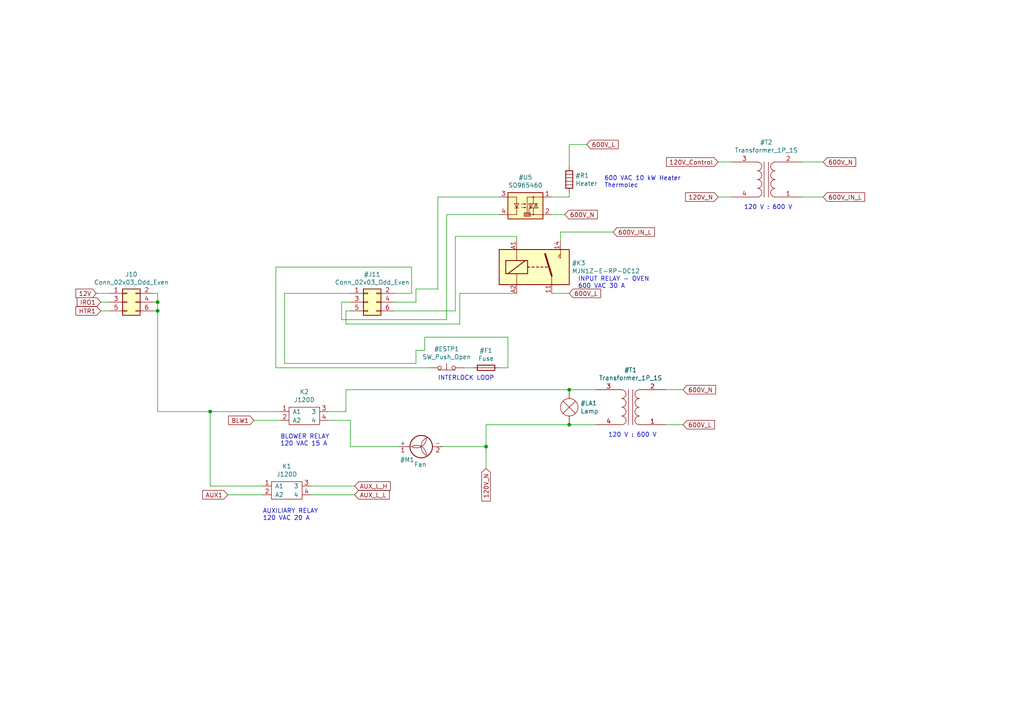
<source format=kicad_sch>
(kicad_sch (version 20211123) (generator eeschema)
  (paper "A4")
  (lib_symbols
    (symbol "Connector_Generic:Conn_02x03_Odd_Even" (pin_names (offset 1.016) hide)
      (property "Reference" "J" (at 1.27 5.08 0))
      (property "Value" "Conn_02x03_Odd_Even" (at 1.27 -5.08 0))
      (symbol "Conn_02x03_Odd_Even_1_1"
        (rectangle (start -1.27 -2.413) (end 0 -2.667) (stroke (width 0.1524)))
        (rectangle (start -1.27 0.127) (end 0 -0.127) (stroke (width 0.1524)))
        (rectangle (start -1.27 2.667) (end 0 2.413) (stroke (width 0.1524)))
        (rectangle (start -1.27 3.81) (end 3.81 -3.81) (stroke (width 0.254)) (fill (type background)))
        (rectangle (start 3.81 -2.413) (end 2.54 -2.667) (stroke (width 0.1524)))
        (rectangle (start 3.81 0.127) (end 2.54 -0.127) (stroke (width 0.1524)))
        (rectangle (start 3.81 2.667) (end 2.54 2.413) (stroke (width 0.1524)))
        (pin passive line (at -5.08 2.54 0) (length 3.81) (name "Pin_1") (number "1"))
        (pin passive line (at 7.62 2.54 180) (length 3.81) (name "Pin_2") (number "2"))
        (pin passive line (at -5.08 0 0) (length 3.81) (name "Pin_3") (number "3"))
        (pin passive line (at 7.62 0 180) (length 3.81) (name "Pin_4") (number "4"))
        (pin passive line (at -5.08 -2.54 0) (length 3.81) (name "Pin_5") (number "5"))
        (pin passive line (at 7.62 -2.54 180) (length 3.81) (name "Pin_6") (number "6"))
      )
    )
    (symbol "Device:Fuse" (pin_numbers hide) (pin_names (offset 0))
      (property "Reference" "F" (at 2.032 0 90))
      (property "Value" "Fuse" (at -1.905 0 90))
      (symbol "Fuse_0_1"
        (rectangle (start -0.762 -2.54) (end 0.762 2.54) (stroke (width 0.254)))
        (polyline (pts (xy 0 2.54) (xy 0 -2.54)))
      )
      (symbol "Fuse_1_1"
        (pin passive line (at 0 3.81 270) (length 1.27) (name "~") (number "1"))
        (pin passive line (at 0 -3.81 90) (length 1.27) (name "~") (number "2"))
      )
    )
    (symbol "Device:Heater" (pin_numbers hide) (pin_names (offset 0))
      (property "Reference" "R" (at 2.032 0 90))
      (property "Value" "Heater" (at -2.032 0 90))
      (symbol "Heater_0_1"
        (rectangle (start -1.016 -2.54) (end 1.016 2.54) (stroke (width 0.254)))
        (polyline (pts (xy -1.016 1.524) (xy 1.016 1.524)))
        (polyline (pts (xy 1.016 -1.524) (xy -1.016 -1.524)))
        (polyline (pts (xy 1.016 -0.508) (xy -1.016 -0.508)))
        (polyline (pts (xy 1.016 0.508) (xy -1.016 0.508)))
      )
      (symbol "Heater_1_1"
        (pin passive line (at 0 3.81 270) (length 1.27) (name "~") (number "1"))
        (pin passive line (at 0 -3.81 90) (length 1.27) (name "~") (number "2"))
      )
    )
    (symbol "Device:Lamp" (pin_numbers hide) (pin_names (offset 0.0254) hide)
      (property "Reference" "LA" (at 0.635 3.81 0))
      (property "Value" "Lamp" (at 0.635 -3.81 0))
      (symbol "Lamp_0_1"
        (polyline (pts (xy -1.778 1.778) (xy 1.778 -1.778)))
        (polyline (pts (xy 1.778 1.778) (xy -1.778 -1.778)))
        (circle (center 0 0) (radius 2.54))
      )
      (symbol "Lamp_1_1"
        (pin passive line (at 0 -5.08 90) (length 2.54) (name "-") (number "1"))
        (pin passive line (at 0 5.08 270) (length 2.54) (name "+") (number "2"))
      )
    )
    (symbol "Device:Transformer_1P_1S" (pin_names (offset 1.016) hide)
      (property "Reference" "T" (at 0 6.35 0))
      (property "Value" "Transformer_1P_1S" (at 0 -7.62 0))
      (symbol "Transformer_1P_1S_0_1"
        (arc (start -2.54 -5.0546) (mid -1.6561 -4.6863) (end -1.27 -3.81))
        (arc (start -2.54 -2.5146) (mid -1.6561 -2.1463) (end -1.27 -1.27))
        (arc (start -2.54 0.0254) (mid -1.6561 0.3937) (end -1.27 1.27))
        (arc (start -2.54 2.5654) (mid -1.6561 2.9337) (end -1.27 3.81))
        (arc (start -1.27 -3.81) (mid -1.642 -2.912) (end -2.54 -2.54))
        (arc (start -1.27 -1.27) (mid -1.642 -0.372) (end -2.54 0))
        (arc (start -1.27 1.27) (mid -1.642 2.168) (end -2.54 2.54))
        (arc (start -1.27 3.81) (mid -1.642 4.708) (end -2.54 5.08))
        (polyline (pts (xy -0.635 5.08) (xy -0.635 -5.08)))
        (polyline (pts (xy 0.635 -5.08) (xy 0.635 5.08)))
        (arc (start 1.2954 -1.27) (mid 1.6599 -2.1501) (end 2.54 -2.5146))
        (arc (start 1.2954 1.27) (mid 1.6599 0.3899) (end 2.54 0.0254))
        (arc (start 1.2954 3.81) (mid 1.6599 2.9299) (end 2.54 2.5654))
        (arc (start 1.3208 -3.81) (mid 1.6853 -4.6901) (end 2.5654 -5.0546))
        (arc (start 2.54 0) (mid 1.6456 -0.3683) (end 1.2954 -1.27))
        (arc (start 2.54 2.54) (mid 1.6456 2.1717) (end 1.2954 1.27))
        (arc (start 2.54 5.08) (mid 1.6456 4.7117) (end 1.2954 3.81))
        (arc (start 2.5654 -2.54) (mid 1.671 -2.9083) (end 1.3208 -3.81))
      )
      (symbol "Transformer_1P_1S_1_1"
        (pin passive line (at -10.16 5.08 0) (length 7.62) (name "AA") (number "1"))
        (pin passive line (at -10.16 -5.08 0) (length 7.62) (name "AB") (number "2"))
        (pin passive line (at 10.16 -5.08 180) (length 7.62) (name "SA") (number "3"))
        (pin passive line (at 10.16 5.08 180) (length 7.62) (name "SB") (number "4"))
      )
    )
    (symbol "Motor:Fan" (pin_names (offset 0))
      (property "Reference" "M" (at 2.54 5.08 0))
      (property "Value" "Fan" (at 2.54 -2.54 0))
      (symbol "Fan_0_1"
        (arc (start -2.54 -0.508) (mid -0.0014 0.9048) (end 0 3.81))
        (polyline (pts (xy 0 -5.08) (xy 0 -4.572)))
        (polyline (pts (xy 0 -2.2352) (xy 0 -2.6416)))
        (polyline (pts (xy 0 4.2672) (xy 0 4.6228)))
        (polyline (pts (xy 0 4.572) (xy 0 5.08)))
        (circle (center 0 1.016) (radius 3.2512) (stroke (width 0.254)))
        (arc (start 0 3.81) (mid 0.0468 0.9314) (end 2.54 -0.508))
        (arc (start 2.54 -0.508) (mid 0 1.0618) (end -2.54 -0.508))
      )
      (symbol "Fan_1_1"
        (pin passive line (at 0 7.62 270) (length 2.54) (name "+") (number "1"))
        (pin passive line (at 0 -5.08 90) (length 2.54) (name "-") (number "2"))
      )
    )
    (symbol "OCE_L:J120D" (pin_names (offset 1.016))
      (property "Reference" "K" (at -2.54 3.81 0))
      (property "Value" "OCE_L_J120D" (at -1.27 6.35 0))
      (symbol "J120D_0_1"
        (rectangle (start -5.08 2.54) (end 3.81 -2.54))
      )
      (symbol "J120D_1_1"
        (pin input line (at -7.62 1.27 0) (length 2.54) (name "A1") (number "1"))
        (pin input line (at -7.62 -1.27 0) (length 2.54) (name "A2") (number "2"))
        (pin input line (at 6.35 1.27 180) (length 2.54) (name "3") (number "3"))
        (pin input line (at 6.35 -1.27 180) (length 2.54) (name "4") (number "4"))
      )
    )
    (symbol "Relay:FINDER-32.21-x300"
      (property "Reference" "K" (at 11.43 3.81 0))
      (property "Value" "FINDER-32.21-x300" (at 11.43 1.27 0))
      (symbol "FINDER-32.21-x300_0_1"
        (rectangle (start -10.16 5.08) (end 10.16 -5.08) (stroke (width 0.254)) (fill (type background)))
        (rectangle (start -8.255 1.905) (end -1.905 -1.905) (stroke (width 0.254)))
        (polyline (pts (xy -7.62 -1.905) (xy -2.54 1.905)) (stroke (width 0.254)))
        (polyline (pts (xy -5.08 -5.08) (xy -5.08 -1.905)))
        (polyline (pts (xy -5.08 5.08) (xy -5.08 1.905)))
        (polyline (pts (xy -1.905 0) (xy -1.27 0)) (stroke (width 0.254)))
        (polyline (pts (xy -0.635 0) (xy 0 0)) (stroke (width 0.254)))
        (polyline (pts (xy 0.635 0) (xy 1.27 0)) (stroke (width 0.254)))
        (polyline (pts (xy 1.905 0) (xy 2.54 0)) (stroke (width 0.254)))
        (polyline (pts (xy 3.175 0) (xy 3.81 0)) (stroke (width 0.254)))
        (polyline (pts (xy 5.08 -2.54) (xy 3.175 3.81)) (stroke (width 0.508)))
        (polyline (pts (xy 5.08 -2.54) (xy 5.08 -5.08)))
        (polyline (pts (xy 7.62 5.08) (xy 7.62 2.54) (xy 6.985 3.175) (xy 7.62 3.81)))
      )
      (symbol "FINDER-32.21-x300_1_1"
        (pin passive line (at 5.08 -7.62 90) (length 2.54) (name "~") (number "11"))
        (pin passive line (at 7.62 7.62 270) (length 2.54) (name "~") (number "14"))
        (pin passive line (at -5.08 7.62 270) (length 2.54) (name "~") (number "A1"))
        (pin passive line (at -5.08 -7.62 90) (length 2.54) (name "~") (number "A2"))
      )
    )
    (symbol "Relay_SolidState:S216S02"
      (property "Reference" "U" (at -5.08 5.08 0))
      (property "Value" "S216S02" (at 0 5.08 0))
      (symbol "S216S02_0_0"
        (rectangle (start -0.381 -2.032) (end 1.397 -3.048))
        (polyline (pts (xy 2.286 -2.54) (xy 1.397 -2.54)))
        (polyline (pts (xy 1.524 -0.635) (xy 1.016 -1.016) (xy 1.016 -2.032)))
        (text "ZCD" (at 0.508 -2.54 0) (effects (font (size 0.508 0.508))))
      )
      (symbol "S216S02_0_1"
        (rectangle (start -5.08 3.81) (end 5.08 -3.81) (stroke (width 0.254)) (fill (type background)))
        (polyline (pts (xy -3.175 -0.635) (xy -1.905 -0.635)))
        (polyline (pts (xy 1.524 -0.635) (xy 1.524 0.635)))
        (polyline (pts (xy 3.048 0.635) (xy 3.048 -0.635)))
        (polyline (pts (xy 2.286 -0.635) (xy 2.286 -2.54) (xy 5.08 -2.54)))
        (polyline (pts (xy 2.286 0.635) (xy 2.286 2.54) (xy 5.08 2.54)))
        (polyline (pts (xy 2.286 2.54) (xy 0.508 2.54) (xy 0.508 -2.032)))
        (polyline (pts (xy -5.08 2.54) (xy -2.54 2.54) (xy -2.54 -2.54) (xy -5.08 -2.54)))
        (polyline (pts (xy -2.54 -0.635) (xy -3.175 0.635) (xy -1.905 0.635) (xy -2.54 -0.635)))
        (polyline (pts (xy 0.889 -0.635) (xy 3.683 -0.635) (xy 3.048 0.635) (xy 2.413 -0.635)))
        (polyline (pts (xy 3.683 0.635) (xy 0.889 0.635) (xy 1.524 -0.635) (xy 2.159 0.635)))
        (polyline (pts (xy -1.143 -0.508) (xy 0.127 -0.508) (xy -0.254 -0.635) (xy -0.254 -0.381) (xy 0.127 -0.508)))
        (polyline (pts (xy -1.143 0.508) (xy 0.127 0.508) (xy -0.254 0.381) (xy -0.254 0.635) (xy 0.127 0.508)))
        (circle (center 2.286 -2.54) (radius 0.127))
        (circle (center 2.286 2.54) (radius 0.127))
      )
      (symbol "S216S02_1_1"
        (pin passive line (at 7.62 2.54 180) (length 2.54) (name "~") (number "1"))
        (pin passive line (at 7.62 -2.54 180) (length 2.54) (name "~") (number "2"))
        (pin passive line (at -7.62 2.54 0) (length 2.54) (name "~") (number "3"))
        (pin passive line (at -7.62 -2.54 0) (length 2.54) (name "~") (number "4"))
      )
    )
    (symbol "Switch:SW_Push_Open" (pin_numbers hide) (pin_names (offset 1.016) hide)
      (property "Reference" "SW" (at 0 2.54 0))
      (property "Value" "SW_Push_Open" (at 0 -1.905 0))
      (symbol "SW_Push_Open_0_1"
        (circle (center -2.032 0) (radius 0.508))
        (polyline (pts (xy -2.54 -0.635) (xy 2.54 -0.635)))
        (polyline (pts (xy 0 -0.635) (xy 0 1.27)))
        (circle (center 2.032 0) (radius 0.508))
        (pin passive line (at -5.08 0 0) (length 2.54) (name "A") (number "1"))
      )
      (symbol "SW_Push_Open_1_1"
        (pin passive line (at 5.08 0 180) (length 2.54) (name "B") (number "2"))
      )
    )
  )
  (junction (at 60.96 119.38))
  (junction (at 140.97 129.54))
  (junction (at 45.72 87.63))
  (junction (at 165.1 113.03))
  (junction (at 45.72 90.17))
  (junction (at 165.1 123.19))
  (wire (pts (xy 45.72 87.63) (xy 44.45 87.63)))
  (wire (pts (xy 160.02 62.23) (xy 163.83 62.23)))
  (wire (pts (xy 82.55 85.09) (xy 101.6 85.09)))
  (wire (pts (xy 133.35 85.09) (xy 133.35 93.98)))
  (wire (pts (xy 29.21 87.63) (xy 31.75 87.63)))
  (wire (pts (xy 44.45 90.17) (xy 45.72 90.17)))
  (wire (pts (xy 73.66 121.92) (xy 81.28 121.92)))
  (wire (pts (xy 82.55 85.09) (xy 82.55 105.41)))
  (wire (pts (xy 140.97 123.19) (xy 165.1 123.19)))
  (wire (pts (xy 101.6 129.54) (xy 115.57 129.54)))
  (wire (pts (xy 120.65 101.6) (xy 120.65 105.41)))
  (wire (pts (xy 128.27 129.54) (xy 140.97 129.54)))
  (wire (pts (xy 149.86 85.09) (xy 133.35 85.09)))
  (wire (pts (xy 134.62 106.68) (xy 137.16 106.68)))
  (wire (pts (xy 123.19 97.79) (xy 123.19 101.6)))
  (wire (pts (xy 165.1 41.91) (xy 165.1 48.26)))
  (wire (pts (xy 99.06 92.71) (xy 99.06 87.63)))
  (wire (pts (xy 133.35 93.98) (xy 100.33 93.98)))
  (wire (pts (xy 45.72 119.38) (xy 60.96 119.38)))
  (wire (pts (xy 100.33 93.98) (xy 100.33 90.17)))
  (wire (pts (xy 80.01 77.47) (xy 80.01 106.68)))
  (wire (pts (xy 140.97 129.54) (xy 140.97 135.89)))
  (wire (pts (xy 102.87 140.97) (xy 90.17 140.97)))
  (wire (pts (xy 80.01 77.47) (xy 119.38 77.47)))
  (wire (pts (xy 129.54 92.71) (xy 99.06 92.71)))
  (wire (pts (xy 165.1 57.15) (xy 160.02 57.15)))
  (wire (pts (xy 60.96 119.38) (xy 81.28 119.38)))
  (wire (pts (xy 100.33 90.17) (xy 101.6 90.17)))
  (wire (pts (xy 76.2 143.51) (xy 66.04 143.51)))
  (wire (pts (xy 123.19 101.6) (xy 120.65 101.6)))
  (wire (pts (xy 120.65 87.63) (xy 114.3 87.63)))
  (wire (pts (xy 208.28 57.15) (xy 212.09 57.15)))
  (wire (pts (xy 120.65 105.41) (xy 82.55 105.41)))
  (wire (pts (xy 101.6 121.92) (xy 95.25 121.92)))
  (wire (pts (xy 99.06 87.63) (xy 101.6 87.63)))
  (wire (pts (xy 100.33 113.03) (xy 100.33 119.38)))
  (wire (pts (xy 132.08 68.58) (xy 132.08 90.17)))
  (wire (pts (xy 100.33 113.03) (xy 165.1 113.03)))
  (wire (pts (xy 44.45 85.09) (xy 45.72 85.09)))
  (wire (pts (xy 90.17 143.51) (xy 102.87 143.51)))
  (wire (pts (xy 119.38 77.47) (xy 119.38 85.09)))
  (wire (pts (xy 100.33 119.38) (xy 95.25 119.38)))
  (wire (pts (xy 45.72 87.63) (xy 45.72 90.17)))
  (wire (pts (xy 193.04 113.03) (xy 198.12 113.03)))
  (wire (pts (xy 147.32 106.68) (xy 147.32 97.79)))
  (wire (pts (xy 193.04 123.19) (xy 198.12 123.19)))
  (wire (pts (xy 170.18 41.91) (xy 165.1 41.91)))
  (wire (pts (xy 119.38 85.09) (xy 114.3 85.09)))
  (wire (pts (xy 129.54 62.23) (xy 129.54 92.71)))
  (wire (pts (xy 165.1 55.88) (xy 165.1 57.15)))
  (wire (pts (xy 120.65 83.82) (xy 120.65 87.63)))
  (wire (pts (xy 45.72 90.17) (xy 45.72 119.38)))
  (wire (pts (xy 162.56 67.31) (xy 162.56 69.85)))
  (wire (pts (xy 147.32 97.79) (xy 123.19 97.79)))
  (wire (pts (xy 140.97 129.54) (xy 140.97 123.19)))
  (wire (pts (xy 27.94 85.09) (xy 31.75 85.09)))
  (wire (pts (xy 120.65 83.82) (xy 127 83.82)))
  (wire (pts (xy 172.72 123.19) (xy 165.1 123.19)))
  (wire (pts (xy 238.76 57.15) (xy 232.41 57.15)))
  (wire (pts (xy 208.28 46.99) (xy 212.09 46.99)))
  (wire (pts (xy 132.08 90.17) (xy 114.3 90.17)))
  (wire (pts (xy 80.01 106.68) (xy 124.46 106.68)))
  (wire (pts (xy 29.21 90.17) (xy 31.75 90.17)))
  (wire (pts (xy 101.6 129.54) (xy 101.6 121.92)))
  (wire (pts (xy 60.96 140.97) (xy 76.2 140.97)))
  (wire (pts (xy 160.02 85.09) (xy 165.1 85.09)))
  (wire (pts (xy 132.08 68.58) (xy 149.86 68.58)))
  (wire (pts (xy 144.78 106.68) (xy 147.32 106.68)))
  (wire (pts (xy 45.72 85.09) (xy 45.72 87.63)))
  (wire (pts (xy 162.56 67.31) (xy 177.8 67.31)))
  (wire (pts (xy 60.96 119.38) (xy 60.96 140.97)))
  (wire (pts (xy 127 57.15) (xy 144.78 57.15)))
  (wire (pts (xy 149.86 68.58) (xy 149.86 69.85)))
  (wire (pts (xy 232.41 46.99) (xy 238.76 46.99)))
  (wire (pts (xy 165.1 113.03) (xy 172.72 113.03)))
  (wire (pts (xy 127 83.82) (xy 127 57.15)))
  (wire (pts (xy 144.78 62.23) (xy 129.54 62.23)))
  (text "120 V : 600 V" (at 190.5 127 180) (effects (font (size 1.27 1.27)) (justify right bottom)))
  (text "120 V : 600 V" (at 229.87 60.96 180) (effects (font (size 1.27 1.27)) (justify right bottom)))
  (text "AUXILIARY RELAY\n120 VAC 20 A" (at 76.2 151.13 0) (effects (font (size 1.27 1.27)) (justify left bottom)))
  (text "BLOWER RELAY\n120 VAC 15 A" (at 81.28 129.54 0) (effects (font (size 1.27 1.27)) (justify left bottom)))
  (text "INPUT RELAY - OVEN \n600 VAC 30 A" (at 167.64 83.82 0) (effects (font (size 1.27 1.27)) (justify left bottom)))
  (text "INTERLOCK LOOP\n" (at 127 110.49 0) (effects (font (size 1.27 1.27)) (justify left bottom)))
  (text "600 VAC 10 kW Heater\nThermolec" (at 175.26 54.61 0) (effects (font (size 1.27 1.27)) (justify left bottom)))
  (global_label "AUX_L_H" (shape input) (at 102.87 140.97 0) (property "Intersheet References" "${INTERSHEET_REFS}" (effects hide)))
  (global_label "600V_L" (shape input) (at 198.12 123.19 0) (property "Intersheet References" "${INTERSHEET_REFS}" (effects hide)))
  (global_label "120V_N" (shape input) (at 140.97 135.89 270) (property "Intersheet References" "${INTERSHEET_REFS}" (effects hide)))
  (global_label "600V_N" (shape input) (at 238.76 46.99 0) (property "Intersheet References" "${INTERSHEET_REFS}" (effects hide)))
  (global_label "120V_N" (shape input) (at 208.28 57.15 180) (property "Intersheet References" "${INTERSHEET_REFS}" (effects hide)))
  (global_label "AUX1" (shape input) (at 66.04 143.51 180) (property "Intersheet References" "${INTERSHEET_REFS}" (effects hide)))
  (global_label "120V_Control" (shape input) (at 208.28 46.99 180) (property "Intersheet References" "${INTERSHEET_REFS}" (effects hide)))
  (global_label "600V_IN_L" (shape input) (at 177.8 67.31 0) (property "Intersheet References" "${INTERSHEET_REFS}" (effects hide)))
  (global_label "IRO1" (shape input) (at 29.21 87.63 180) (property "Intersheet References" "${INTERSHEET_REFS}" (effects hide)))
  (global_label "600V_N" (shape input) (at 198.12 113.03 0) (property "Intersheet References" "${INTERSHEET_REFS}" (effects hide)))
  (global_label "600V_N" (shape input) (at 163.83 62.23 0) (property "Intersheet References" "${INTERSHEET_REFS}" (effects hide)))
  (global_label "600V_IN_L" (shape input) (at 238.76 57.15 0) (property "Intersheet References" "${INTERSHEET_REFS}" (effects hide)))
  (global_label "12V" (shape input) (at 27.94 85.09 180) (property "Intersheet References" "${INTERSHEET_REFS}" (effects hide)))
  (global_label "600V_L" (shape input) (at 165.1 85.09 0) (property "Intersheet References" "${INTERSHEET_REFS}" (effects hide)))
  (global_label "HTR1" (shape input) (at 29.21 90.17 180) (property "Intersheet References" "${INTERSHEET_REFS}" (effects hide)))
  (global_label "BLW1" (shape input) (at 73.66 121.92 180) (property "Intersheet References" "${INTERSHEET_REFS}" (effects hide)))
  (global_label "600V_L" (shape input) (at 170.18 41.91 0) (property "Intersheet References" "${INTERSHEET_REFS}" (effects hide)))
  (global_label "AUX_L_L" (shape input) (at 102.87 143.51 0) (property "Intersheet References" "${INTERSHEET_REFS}" (effects hide)))
  (symbol (lib_id "Device:Transformer_1P_1S") (at 222.25 52.07 180) (unit 1)
    (property "Reference" "#T2" (at 222.25 41.275 0))
    (property "Value" "Transformer_1P_1S" (at 222.25 43.5864 0))
  )
  (symbol (lib_id "OCE_L:J120D") (at 83.82 142.24 0) (unit 1)
    (property "Reference" "K1" (at 83.185 135.255 0))
    (property "Value" "J120D" (at 83.185 137.5664 0))
    (property "Footprint" "OCE_L:J120D" (effects hide))
  )
  (symbol (lib_id "OCE_L:J120D") (at 88.9 120.65 0) (unit 1)
    (property "Reference" "K2" (at 88.265 113.665 0))
    (property "Value" "J120D" (at 88.265 115.9764 0))
    (property "Footprint" "OCE_L:J120D" (effects hide))
  )
  (symbol (lib_id "Connector_Generic:Conn_02x03_Odd_Even") (at 36.83 87.63 0) (unit 1)
    (property "Reference" "J10" (at 38.1 79.5782 0))
    (property "Value" "Conn_02x03_Odd_Even" (at 38.1 81.8896 0))
    (property "Footprint" "Connector_PinSocket_2.54mm:PinSocket_2x03_P2.54mm_Vertical" (effects hide))
  )
  (symbol (lib_id "Connector_Generic:Conn_02x03_Odd_Even") (at 106.68 87.63 0) (unit 1)
    (property "Reference" "#J11" (at 107.95 79.5782 0))
    (property "Value" "Conn_02x03_Odd_Even" (at 107.95 81.8896 0))
  )
  (symbol (lib_id "Relay:FINDER-32.21-x300") (at 154.94 77.47 0) (unit 1)
    (property "Reference" "#K3" (at 165.862 76.3016 0) (effects (justify left)))
    (property "Value" "MJN1Z-E-RP-DC12" (at 165.862 78.613 0) (effects (justify left)))
    (property "Footprint" "OCE_L:J120D" (effects hide))
    (property "Datasheet" "http://gfinder.findernet.com/assets/Series/355/S32EN.pdf" (effects hide))
  )
  (symbol (lib_id "Relay_SolidState:S216S02") (at 152.4 59.69 0) (unit 1)
    (property "Reference" "#U5" (at 152.4 51.435 0))
    (property "Value" "SO965460" (at 152.4 53.7464 0))
    (property "Footprint" "Package_SIP:SIP4_Sharp-SSR_P7.62mm_Straight" (effects hide))
    (property "Datasheet" "http://www.sharp-world.com/products/device/lineup/data/pdf/datasheet/s116s02_e.pdf" (effects hide))
  )
  (symbol (lib_id "Device:Heater") (at 165.1 52.07 0) (unit 1)
    (property "Reference" "#R1" (at 166.878 50.9016 0) (effects (justify left)))
    (property "Value" "Heater" (at 166.878 53.213 0) (effects (justify left)))
  )
  (symbol (lib_id "Device:Transformer_1P_1S") (at 182.88 118.11 180) (unit 1)
    (property "Reference" "#T1" (at 182.88 107.315 0))
    (property "Value" "Transformer_1P_1S" (at 182.88 109.6264 0))
  )
  (symbol (lib_id "Device:Fuse") (at 140.97 106.68 270) (unit 1)
    (property "Reference" "#F1" (at 140.97 101.6762 90))
    (property "Value" "Fuse" (at 140.97 103.9876 90))
  )
  (symbol (lib_id "Device:Lamp") (at 165.1 118.11 0) (unit 1)
    (property "Reference" "#LA1" (at 168.3512 116.9416 0) (effects (justify left)))
    (property "Value" "Lamp" (at 168.3512 119.253 0) (effects (justify left)))
  )
  (symbol (lib_id "Switch:SW_Push_Open") (at 129.54 106.68 0) (unit 1)
    (property "Reference" "#ESTP1" (at 129.54 101.219 0))
    (property "Value" "SW_Push_Open" (at 129.54 103.5304 0))
  )
  (symbol (lib_id "Motor:Fan") (at 123.19 129.54 90) (unit 1)
    (property "Reference" "#M1" (at 118.11 133.35 90))
    (property "Value" "Fan" (at 121.92 134.7216 90))
  )
)
</source>
